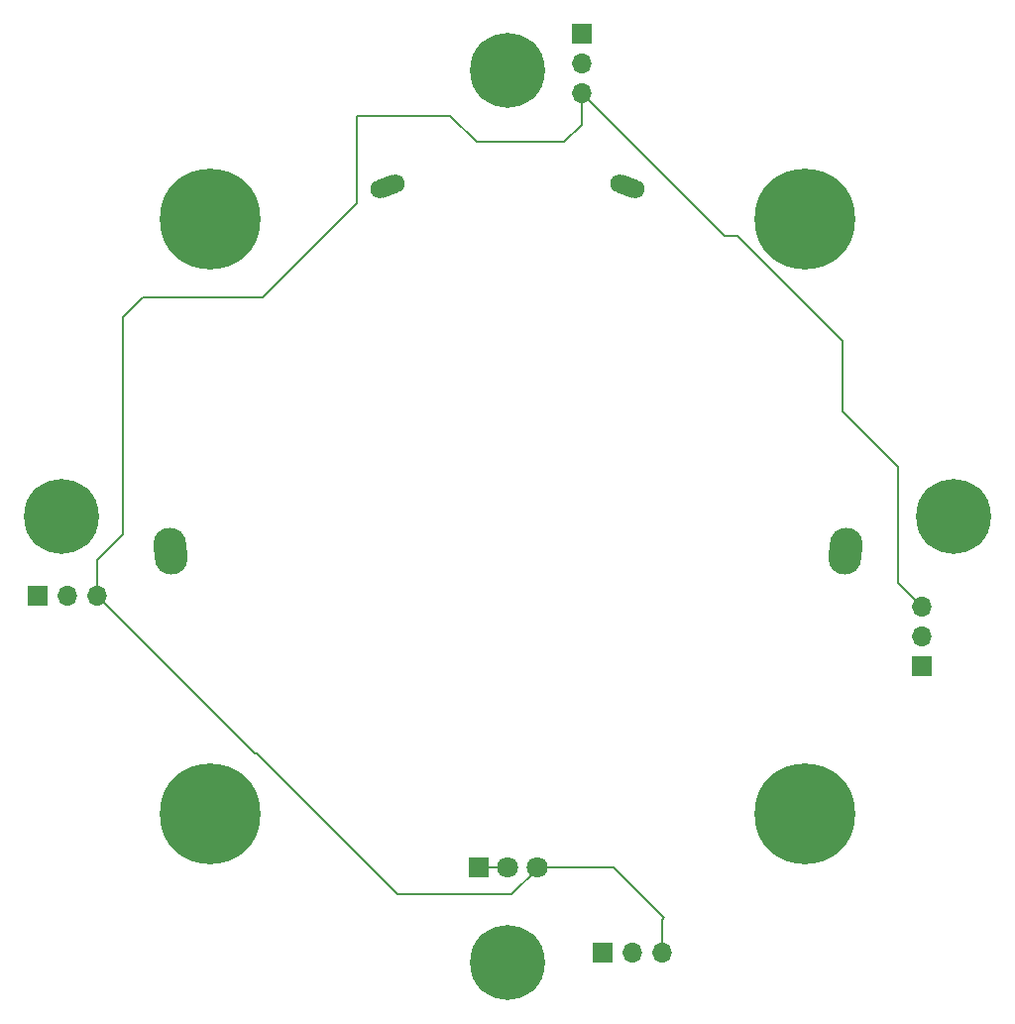
<source format=gbr>
%TF.GenerationSoftware,KiCad,Pcbnew,(6.0.5-0)*%
%TF.CreationDate,2023-02-12T17:03:44-08:00*%
%TF.ProjectId,scratch,73637261-7463-4682-9e6b-696361645f70,rev?*%
%TF.SameCoordinates,Original*%
%TF.FileFunction,Copper,L2,Bot*%
%TF.FilePolarity,Positive*%
%FSLAX46Y46*%
G04 Gerber Fmt 4.6, Leading zero omitted, Abs format (unit mm)*
G04 Created by KiCad (PCBNEW (6.0.5-0)) date 2023-02-12 17:03:44*
%MOMM*%
%LPD*%
G01*
G04 APERTURE LIST*
G04 Aperture macros list*
%AMHorizOval*
0 Thick line with rounded ends*
0 $1 width*
0 $2 $3 position (X,Y) of the first rounded end (center of the circle)*
0 $4 $5 position (X,Y) of the second rounded end (center of the circle)*
0 Add line between two ends*
20,1,$1,$2,$3,$4,$5,0*
0 Add two circle primitives to create the rounded ends*
1,1,$1,$2,$3*
1,1,$1,$4,$5*%
G04 Aperture macros list end*
%TA.AperFunction,ComponentPad*%
%ADD10R,1.700000X1.700000*%
%TD*%
%TA.AperFunction,ComponentPad*%
%ADD11O,1.700000X1.700000*%
%TD*%
%TA.AperFunction,ComponentPad*%
%ADD12C,8.600000*%
%TD*%
%TA.AperFunction,ComponentPad*%
%ADD13C,0.900000*%
%TD*%
%TA.AperFunction,ComponentPad*%
%ADD14C,0.800000*%
%TD*%
%TA.AperFunction,ComponentPad*%
%ADD15C,6.400000*%
%TD*%
%TA.AperFunction,WasherPad*%
%ADD16HorizOval,2.800000X-0.062717X0.596713X0.062717X-0.596713X0*%
%TD*%
%TA.AperFunction,WasherPad*%
%ADD17HorizOval,1.600000X0.657785X0.239414X-0.657785X-0.239414X0*%
%TD*%
%TA.AperFunction,WasherPad*%
%ADD18HorizOval,1.600000X0.657785X-0.239414X-0.657785X0.239414X0*%
%TD*%
%TA.AperFunction,WasherPad*%
%ADD19HorizOval,2.800000X0.062717X0.596713X-0.062717X-0.596713X0*%
%TD*%
%TA.AperFunction,ComponentPad*%
%ADD20R,1.800000X1.800000*%
%TD*%
%TA.AperFunction,ComponentPad*%
%ADD21C,1.800000*%
%TD*%
%TA.AperFunction,Conductor*%
%ADD22C,0.200000*%
%TD*%
G04 APERTURE END LIST*
D10*
%TO.P,REF\u002A\u002A,1*%
%TO.N,N/C*%
X90831000Y-108298000D03*
D11*
%TO.P,REF\u002A\u002A,2*%
X93371000Y-108298000D03*
%TO.P,REF\u002A\u002A,3*%
X95911000Y-108298000D03*
%TD*%
D10*
%TO.P,REF\u002A\u002A,1*%
%TO.N,N/C*%
X137331000Y-60298000D03*
D11*
%TO.P,REF\u002A\u002A,2*%
X137331000Y-62838000D03*
%TO.P,REF\u002A\u002A,3*%
X137331000Y-65378000D03*
%TD*%
D10*
%TO.P,REF\u002A\u002A,1*%
%TO.N,N/C*%
X166331000Y-114298000D03*
D11*
%TO.P,REF\u002A\u002A,2*%
X166331000Y-111758000D03*
%TO.P,REF\u002A\u002A,3*%
X166331000Y-109218000D03*
%TD*%
D10*
%TO.P,REF\u002A\u002A,1*%
%TO.N,N/C*%
X139081000Y-138798000D03*
D11*
%TO.P,REF\u002A\u002A,2*%
X141621000Y-138798000D03*
%TO.P,REF\u002A\u002A,3*%
X144161000Y-138798000D03*
%TD*%
D12*
%TO.P,REF\u002A\u002A,1*%
%TO.N,N/C*%
X105581000Y-126898000D03*
D13*
X105581000Y-130123000D03*
X103300581Y-129178419D03*
X107861419Y-124617581D03*
X107861419Y-129178419D03*
X102356000Y-126898000D03*
X103300581Y-124617581D03*
X105581000Y-123673000D03*
X108806000Y-126898000D03*
%TD*%
D12*
%TO.P,REF\u002A\u002A,1*%
%TO.N,N/C*%
X156381000Y-126898000D03*
D13*
X156381000Y-130123000D03*
X154100581Y-129178419D03*
X158661419Y-124617581D03*
X158661419Y-129178419D03*
X153156000Y-126898000D03*
X154100581Y-124617581D03*
X156381000Y-123673000D03*
X159606000Y-126898000D03*
%TD*%
D12*
%TO.P,REF\u002A\u002A,1*%
%TO.N,N/C*%
X156381000Y-76098000D03*
D13*
X156381000Y-79323000D03*
X154100581Y-78378419D03*
X158661419Y-73817581D03*
X158661419Y-78378419D03*
X153156000Y-76098000D03*
X154100581Y-73817581D03*
X156381000Y-72873000D03*
X159606000Y-76098000D03*
%TD*%
D12*
%TO.P,REF\u002A\u002A,1*%
%TO.N,N/C*%
X105581000Y-76098000D03*
D13*
X105581000Y-79323000D03*
X103300581Y-78378419D03*
X107861419Y-73817581D03*
X107861419Y-78378419D03*
X102356000Y-76098000D03*
X103300581Y-73817581D03*
X105581000Y-72873000D03*
X108806000Y-76098000D03*
%TD*%
D14*
%TO.P,REF\u002A\u002A,1*%
%TO.N,N/C*%
X92881000Y-99098000D03*
X94578056Y-103195056D03*
X94578056Y-99800944D03*
X95281000Y-101498000D03*
D15*
X92881000Y-101498000D03*
D14*
X92881000Y-103898000D03*
X91183944Y-99800944D03*
X91183944Y-103195056D03*
X90481000Y-101498000D03*
%TD*%
%TO.P,REF\u002A\u002A,1*%
%TO.N,N/C*%
X169081000Y-99098000D03*
X170778056Y-103195056D03*
X170778056Y-99800944D03*
X171481000Y-101498000D03*
D15*
X169081000Y-101498000D03*
D14*
X169081000Y-103898000D03*
X167383944Y-99800944D03*
X167383944Y-103195056D03*
X166681000Y-101498000D03*
%TD*%
%TO.P,REF\u002A\u002A,1*%
%TO.N,N/C*%
X130981000Y-137198000D03*
X132678056Y-141295056D03*
X132678056Y-137900944D03*
X133381000Y-139598000D03*
D15*
X130981000Y-139598000D03*
D14*
X130981000Y-141998000D03*
X129283944Y-137900944D03*
X129283944Y-141295056D03*
X128581000Y-139598000D03*
%TD*%
%TO.P,REF\u002A\u002A,1*%
%TO.N,N/C*%
X130981000Y-60998000D03*
X132678056Y-65095056D03*
X132678056Y-61700944D03*
X133381000Y-63398000D03*
D15*
X130981000Y-63398000D03*
D14*
X130981000Y-65798000D03*
X129283944Y-61700944D03*
X129283944Y-65095056D03*
X128581000Y-63398000D03*
%TD*%
D16*
%TO.P,REF\u002A\u002A,*%
%TO.N,*%
X102139865Y-104529325D03*
D17*
X120720396Y-73307221D03*
D18*
X141241604Y-73307221D03*
D19*
X159822135Y-104529325D03*
D20*
%TO.P,REF\u002A\u002A,A*%
%TO.N,N/C*%
X128481000Y-131498000D03*
D21*
%TO.P,REF\u002A\u002A,B*%
X133481000Y-131498000D03*
%TO.P,REF\u002A\u002A,C*%
X130981000Y-131498000D03*
%TD*%
D22*
%TO.N,*%
X133481000Y-131498000D02*
X140031000Y-131498000D01*
X144161000Y-135968000D02*
X144161000Y-138798000D01*
X140031000Y-131498000D02*
X144331000Y-135798000D01*
X144331000Y-135798000D02*
X144161000Y-135968000D01*
X130981000Y-131498000D02*
X128481000Y-131498000D01*
X137331000Y-65378000D02*
X149501000Y-77548000D01*
X150581000Y-77548000D02*
X159581000Y-86548000D01*
X164331000Y-107218000D02*
X166331000Y-109218000D01*
X149501000Y-77548000D02*
X150581000Y-77548000D01*
X159581000Y-92548000D02*
X164331000Y-97298000D01*
X159581000Y-86548000D02*
X159581000Y-92548000D01*
X164331000Y-97298000D02*
X164331000Y-107218000D01*
X95911000Y-108298000D02*
X95911000Y-105218000D01*
X95911000Y-105218000D02*
X98081000Y-103048000D01*
X98081000Y-103048000D02*
X98081000Y-84548000D01*
X98081000Y-84548000D02*
X99831000Y-82798000D01*
X99831000Y-82798000D02*
X110081000Y-82798000D01*
X110081000Y-82798000D02*
X118081000Y-74798000D01*
X128331000Y-69548000D02*
X135831000Y-69548000D01*
X135831000Y-69548000D02*
X137331000Y-68048000D01*
X118081000Y-74798000D02*
X118081000Y-67298000D01*
X126081000Y-67298000D02*
X128331000Y-69548000D01*
X118081000Y-67298000D02*
X126081000Y-67298000D01*
X137331000Y-68048000D02*
X137331000Y-65378000D01*
X133481000Y-131498000D02*
X133481000Y-131648000D01*
X133481000Y-131648000D02*
X131331000Y-133798000D01*
X131331000Y-133798000D02*
X121581000Y-133798000D01*
X109581000Y-121798000D02*
X109411000Y-121798000D01*
X109411000Y-121798000D02*
X95911000Y-108298000D01*
X121581000Y-133798000D02*
X109581000Y-121798000D01*
%TD*%
M02*

</source>
